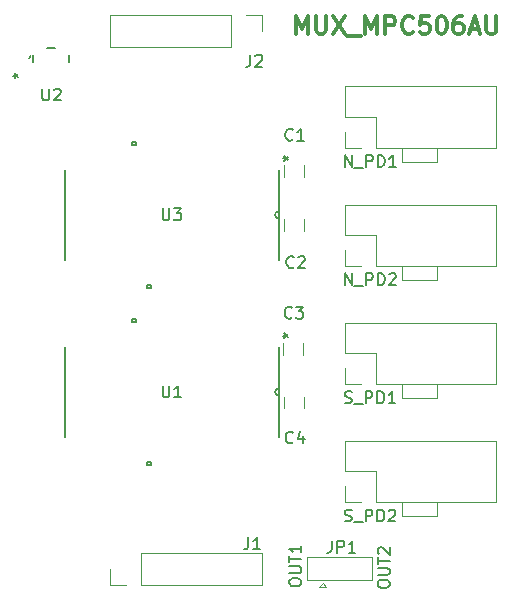
<source format=gto>
%TF.GenerationSoftware,KiCad,Pcbnew,(5.1.6-0-10_14)*%
%TF.CreationDate,2020-09-10T14:26:16+09:00*%
%TF.ProjectId,qPCR-photo_mux_MPC506AU,71504352-2d70-4686-9f74-6f5f6d75785f,rev?*%
%TF.SameCoordinates,Original*%
%TF.FileFunction,Legend,Top*%
%TF.FilePolarity,Positive*%
%FSLAX46Y46*%
G04 Gerber Fmt 4.6, Leading zero omitted, Abs format (unit mm)*
G04 Created by KiCad (PCBNEW (5.1.6-0-10_14)) date 2020-09-10 14:26:16*
%MOMM*%
%LPD*%
G01*
G04 APERTURE LIST*
%ADD10C,0.300000*%
%ADD11C,0.150000*%
%ADD12C,0.120000*%
%ADD13C,0.152400*%
G04 APERTURE END LIST*
D10*
X107499999Y-64678571D02*
X107499999Y-63178571D01*
X107999999Y-64250000D01*
X108499999Y-63178571D01*
X108499999Y-64678571D01*
X109214285Y-63178571D02*
X109214285Y-64392857D01*
X109285714Y-64535714D01*
X109357142Y-64607142D01*
X109499999Y-64678571D01*
X109785714Y-64678571D01*
X109928571Y-64607142D01*
X109999999Y-64535714D01*
X110071428Y-64392857D01*
X110071428Y-63178571D01*
X110642857Y-63178571D02*
X111642857Y-64678571D01*
X111642857Y-63178571D02*
X110642857Y-64678571D01*
X111857142Y-64821428D02*
X112999999Y-64821428D01*
X113357142Y-64678571D02*
X113357142Y-63178571D01*
X113857142Y-64250000D01*
X114357142Y-63178571D01*
X114357142Y-64678571D01*
X115071428Y-64678571D02*
X115071428Y-63178571D01*
X115642857Y-63178571D01*
X115785714Y-63250000D01*
X115857142Y-63321428D01*
X115928571Y-63464285D01*
X115928571Y-63678571D01*
X115857142Y-63821428D01*
X115785714Y-63892857D01*
X115642857Y-63964285D01*
X115071428Y-63964285D01*
X117428571Y-64535714D02*
X117357142Y-64607142D01*
X117142857Y-64678571D01*
X116999999Y-64678571D01*
X116785714Y-64607142D01*
X116642857Y-64464285D01*
X116571428Y-64321428D01*
X116499999Y-64035714D01*
X116499999Y-63821428D01*
X116571428Y-63535714D01*
X116642857Y-63392857D01*
X116785714Y-63250000D01*
X116999999Y-63178571D01*
X117142857Y-63178571D01*
X117357142Y-63250000D01*
X117428571Y-63321428D01*
X118785714Y-63178571D02*
X118071428Y-63178571D01*
X117999999Y-63892857D01*
X118071428Y-63821428D01*
X118214285Y-63750000D01*
X118571428Y-63750000D01*
X118714285Y-63821428D01*
X118785714Y-63892857D01*
X118857142Y-64035714D01*
X118857142Y-64392857D01*
X118785714Y-64535714D01*
X118714285Y-64607142D01*
X118571428Y-64678571D01*
X118214285Y-64678571D01*
X118071428Y-64607142D01*
X117999999Y-64535714D01*
X119785714Y-63178571D02*
X119928571Y-63178571D01*
X120071428Y-63250000D01*
X120142857Y-63321428D01*
X120214285Y-63464285D01*
X120285714Y-63750000D01*
X120285714Y-64107142D01*
X120214285Y-64392857D01*
X120142857Y-64535714D01*
X120071428Y-64607142D01*
X119928571Y-64678571D01*
X119785714Y-64678571D01*
X119642857Y-64607142D01*
X119571428Y-64535714D01*
X119499999Y-64392857D01*
X119428571Y-64107142D01*
X119428571Y-63750000D01*
X119499999Y-63464285D01*
X119571428Y-63321428D01*
X119642857Y-63250000D01*
X119785714Y-63178571D01*
X121571428Y-63178571D02*
X121285714Y-63178571D01*
X121142857Y-63250000D01*
X121071428Y-63321428D01*
X120928571Y-63535714D01*
X120857142Y-63821428D01*
X120857142Y-64392857D01*
X120928571Y-64535714D01*
X121000000Y-64607142D01*
X121142857Y-64678571D01*
X121428571Y-64678571D01*
X121571428Y-64607142D01*
X121642857Y-64535714D01*
X121714285Y-64392857D01*
X121714285Y-64035714D01*
X121642857Y-63892857D01*
X121571428Y-63821428D01*
X121428571Y-63750000D01*
X121142857Y-63750000D01*
X121000000Y-63821428D01*
X120928571Y-63892857D01*
X120857142Y-64035714D01*
X122285714Y-64250000D02*
X123000000Y-64250000D01*
X122142857Y-64678571D02*
X122642857Y-63178571D01*
X123142857Y-64678571D01*
X123642857Y-63178571D02*
X123642857Y-64392857D01*
X123714285Y-64535714D01*
X123785714Y-64607142D01*
X123928571Y-64678571D01*
X124214285Y-64678571D01*
X124357142Y-64607142D01*
X124428571Y-64535714D01*
X124500000Y-64392857D01*
X124500000Y-63178571D01*
D11*
X114450880Y-111336270D02*
X114450880Y-111145794D01*
X114498500Y-111050556D01*
X114593738Y-110955318D01*
X114784214Y-110907699D01*
X115117547Y-110907699D01*
X115308023Y-110955318D01*
X115403261Y-111050556D01*
X115450880Y-111145794D01*
X115450880Y-111336270D01*
X115403261Y-111431508D01*
X115308023Y-111526746D01*
X115117547Y-111574365D01*
X114784214Y-111574365D01*
X114593738Y-111526746D01*
X114498500Y-111431508D01*
X114450880Y-111336270D01*
X114450880Y-110479127D02*
X115260404Y-110479127D01*
X115355642Y-110431508D01*
X115403261Y-110383889D01*
X115450880Y-110288651D01*
X115450880Y-110098175D01*
X115403261Y-110002937D01*
X115355642Y-109955318D01*
X115260404Y-109907699D01*
X114450880Y-109907699D01*
X114450880Y-109574365D02*
X114450880Y-109002937D01*
X115450880Y-109288651D02*
X114450880Y-109288651D01*
X114546119Y-108717222D02*
X114498500Y-108669603D01*
X114450880Y-108574365D01*
X114450880Y-108336270D01*
X114498500Y-108241032D01*
X114546119Y-108193413D01*
X114641357Y-108145794D01*
X114736595Y-108145794D01*
X114879452Y-108193413D01*
X115450880Y-108764841D01*
X115450880Y-108145794D01*
X106957880Y-111196570D02*
X106957880Y-111006094D01*
X107005500Y-110910856D01*
X107100738Y-110815618D01*
X107291214Y-110767999D01*
X107624547Y-110767999D01*
X107815023Y-110815618D01*
X107910261Y-110910856D01*
X107957880Y-111006094D01*
X107957880Y-111196570D01*
X107910261Y-111291808D01*
X107815023Y-111387046D01*
X107624547Y-111434665D01*
X107291214Y-111434665D01*
X107100738Y-111387046D01*
X107005500Y-111291808D01*
X106957880Y-111196570D01*
X106957880Y-110339427D02*
X107767404Y-110339427D01*
X107862642Y-110291808D01*
X107910261Y-110244189D01*
X107957880Y-110148951D01*
X107957880Y-109958475D01*
X107910261Y-109863237D01*
X107862642Y-109815618D01*
X107767404Y-109767999D01*
X106957880Y-109767999D01*
X106957880Y-109434665D02*
X106957880Y-108863237D01*
X107957880Y-109148951D02*
X106957880Y-109148951D01*
X107957880Y-108006094D02*
X107957880Y-108577522D01*
X107957880Y-108291808D02*
X106957880Y-108291808D01*
X107100738Y-108387046D01*
X107195976Y-108482284D01*
X107243595Y-108577522D01*
D12*
%TO.C,C1*%
X108185000Y-76814600D02*
X108185000Y-75814600D01*
X106485000Y-75814600D02*
X106485000Y-76814600D01*
%TO.C,C2*%
X108188000Y-81381500D02*
X108188000Y-80381500D01*
X106488000Y-80381500D02*
X106488000Y-81381500D01*
%TO.C,C3*%
X108152000Y-91831100D02*
X108152000Y-90831100D01*
X106452000Y-90831100D02*
X106452000Y-91831100D01*
%TO.C,C4*%
X108170000Y-96387900D02*
X108170000Y-95387900D01*
X106470000Y-95387900D02*
X106470000Y-96387900D01*
%TO.C,J1*%
X104628000Y-111330000D02*
X104628000Y-108670000D01*
X94408000Y-111330000D02*
X104628000Y-111330000D01*
X94408000Y-108670000D02*
X104628000Y-108670000D01*
X94408000Y-111330000D02*
X94408000Y-108670000D01*
X93138000Y-111330000D02*
X91808000Y-111330000D01*
X91808000Y-111330000D02*
X91808000Y-110000000D01*
%TO.C,J2*%
X104628000Y-63110000D02*
X104628000Y-64440000D01*
X103298000Y-63110000D02*
X104628000Y-63110000D01*
X102028000Y-63110000D02*
X102028000Y-65770000D01*
X102028000Y-65770000D02*
X91808000Y-65770000D01*
X102028000Y-63110000D02*
X91808000Y-63110000D01*
X91808000Y-63110000D02*
X91808000Y-65770000D01*
%TO.C,JP1*%
X108454000Y-108985000D02*
X113954000Y-108985000D01*
X113954000Y-108985000D02*
X113954000Y-110935000D01*
X113954000Y-110935000D02*
X108454000Y-110935000D01*
X108454000Y-110935000D02*
X108454000Y-108985000D01*
X109804000Y-111185000D02*
X109504000Y-111485000D01*
X109504000Y-111485000D02*
X110104000Y-111485000D01*
X110104000Y-111485000D02*
X109804000Y-111185000D01*
%TO.C,N_PD1*%
X119500000Y-75500000D02*
X119500000Y-74330000D01*
X116500000Y-75500000D02*
X119500000Y-75500000D01*
X116500000Y-74330000D02*
X116500000Y-75500000D01*
X124490000Y-74330000D02*
X124490000Y-69130000D01*
X114270000Y-74330000D02*
X124490000Y-74330000D01*
X111670000Y-69130000D02*
X124490000Y-69130000D01*
X114270000Y-74330000D02*
X114270000Y-71730000D01*
X114270000Y-71730000D02*
X111670000Y-71730000D01*
X111670000Y-71730000D02*
X111670000Y-69130000D01*
X113000000Y-74330000D02*
X111670000Y-74330000D01*
X111670000Y-74330000D02*
X111670000Y-73000000D01*
%TO.C,N_PD2*%
X111670000Y-84330000D02*
X111670000Y-83000000D01*
X113000000Y-84330000D02*
X111670000Y-84330000D01*
X111670000Y-81730000D02*
X111670000Y-79130000D01*
X114270000Y-81730000D02*
X111670000Y-81730000D01*
X114270000Y-84330000D02*
X114270000Y-81730000D01*
X111670000Y-79130000D02*
X124490000Y-79130000D01*
X114270000Y-84330000D02*
X124490000Y-84330000D01*
X124490000Y-84330000D02*
X124490000Y-79130000D01*
X116500000Y-84330000D02*
X116500000Y-85500000D01*
X116500000Y-85500000D02*
X119500000Y-85500000D01*
X119500000Y-85500000D02*
X119500000Y-84330000D01*
%TO.C,S_PD1*%
X111670000Y-94330000D02*
X111670000Y-93000000D01*
X113000000Y-94330000D02*
X111670000Y-94330000D01*
X111670000Y-91730000D02*
X111670000Y-89130000D01*
X114270000Y-91730000D02*
X111670000Y-91730000D01*
X114270000Y-94330000D02*
X114270000Y-91730000D01*
X111670000Y-89130000D02*
X124490000Y-89130000D01*
X114270000Y-94330000D02*
X124490000Y-94330000D01*
X124490000Y-94330000D02*
X124490000Y-89130000D01*
X116500000Y-94330000D02*
X116500000Y-95500000D01*
X116500000Y-95500000D02*
X119500000Y-95500000D01*
X119500000Y-95500000D02*
X119500000Y-94330000D01*
%TO.C,S_PD2*%
X119500000Y-105500000D02*
X119500000Y-104330000D01*
X116500000Y-105500000D02*
X119500000Y-105500000D01*
X116500000Y-104330000D02*
X116500000Y-105500000D01*
X124490000Y-104330000D02*
X124490000Y-99130000D01*
X114270000Y-104330000D02*
X124490000Y-104330000D01*
X111670000Y-99130000D02*
X124490000Y-99130000D01*
X114270000Y-104330000D02*
X114270000Y-101730000D01*
X114270000Y-101730000D02*
X111670000Y-101730000D01*
X111670000Y-101730000D02*
X111670000Y-99130000D01*
X113000000Y-104330000D02*
X111670000Y-104330000D01*
X111670000Y-104330000D02*
X111670000Y-103000000D01*
D13*
%TO.C,U1*%
X106055100Y-94695200D02*
G75*
G03*
X106055100Y-95304800I0J-304800D01*
G01*
X87944900Y-91202700D02*
X87944900Y-98797300D01*
X106055100Y-98797300D02*
X106055100Y-91202700D01*
X94015500Y-88815100D02*
X93634500Y-88815100D01*
X93634500Y-88815100D02*
X93634500Y-89069100D01*
X93634500Y-89069100D02*
X94015500Y-89069100D01*
X94015500Y-89069100D02*
X94015500Y-88815100D01*
X95285500Y-101184900D02*
X94904500Y-101184900D01*
X94904500Y-101184900D02*
X94904500Y-100930900D01*
X94904500Y-100930900D02*
X95285500Y-100930900D01*
X95285500Y-100930900D02*
X95285500Y-101184900D01*
%TO.C,U2*%
X85244900Y-66466484D02*
X85244900Y-67071516D01*
X87106761Y-65892700D02*
X86431039Y-65892700D01*
X88292900Y-67071516D02*
X88292900Y-66466484D01*
X85042416Y-66541177D02*
G75*
G03*
X84940100Y-66769000I202484J-227823D01*
G01*
%TO.C,U3*%
X95285500Y-85930900D02*
X95285500Y-86184900D01*
X94904500Y-85930900D02*
X95285500Y-85930900D01*
X94904500Y-86184900D02*
X94904500Y-85930900D01*
X95285500Y-86184900D02*
X94904500Y-86184900D01*
X94015500Y-74069100D02*
X94015500Y-73815100D01*
X93634500Y-74069100D02*
X94015500Y-74069100D01*
X93634500Y-73815100D02*
X93634500Y-74069100D01*
X94015500Y-73815100D02*
X93634500Y-73815100D01*
X106055100Y-83797300D02*
X106055100Y-76202700D01*
X87944900Y-76202700D02*
X87944900Y-83797300D01*
X106055100Y-79695200D02*
G75*
G03*
X106055100Y-80304800I0J-304800D01*
G01*
%TO.C,C1*%
D11*
X107247393Y-73618362D02*
X107199774Y-73665981D01*
X107056917Y-73713600D01*
X106961679Y-73713600D01*
X106818821Y-73665981D01*
X106723583Y-73570743D01*
X106675964Y-73475505D01*
X106628345Y-73285029D01*
X106628345Y-73142172D01*
X106675964Y-72951696D01*
X106723583Y-72856458D01*
X106818821Y-72761220D01*
X106961679Y-72713600D01*
X107056917Y-72713600D01*
X107199774Y-72761220D01*
X107247393Y-72808839D01*
X108199774Y-73713600D02*
X107628345Y-73713600D01*
X107914060Y-73713600D02*
X107914060Y-72713600D01*
X107818821Y-72856458D01*
X107723583Y-72951696D01*
X107628345Y-72999315D01*
%TO.C,C2*%
X107338833Y-84418442D02*
X107291214Y-84466061D01*
X107148357Y-84513680D01*
X107053119Y-84513680D01*
X106910261Y-84466061D01*
X106815023Y-84370823D01*
X106767404Y-84275585D01*
X106719785Y-84085109D01*
X106719785Y-83942252D01*
X106767404Y-83751776D01*
X106815023Y-83656538D01*
X106910261Y-83561300D01*
X107053119Y-83513680D01*
X107148357Y-83513680D01*
X107291214Y-83561300D01*
X107338833Y-83608919D01*
X107719785Y-83608919D02*
X107767404Y-83561300D01*
X107862642Y-83513680D01*
X108100738Y-83513680D01*
X108195976Y-83561300D01*
X108243595Y-83608919D01*
X108291214Y-83704157D01*
X108291214Y-83799395D01*
X108243595Y-83942252D01*
X107672166Y-84513680D01*
X108291214Y-84513680D01*
%TO.C,C3*%
X107178813Y-88688182D02*
X107131194Y-88735801D01*
X106988337Y-88783420D01*
X106893099Y-88783420D01*
X106750241Y-88735801D01*
X106655003Y-88640563D01*
X106607384Y-88545325D01*
X106559765Y-88354849D01*
X106559765Y-88211992D01*
X106607384Y-88021516D01*
X106655003Y-87926278D01*
X106750241Y-87831040D01*
X106893099Y-87783420D01*
X106988337Y-87783420D01*
X107131194Y-87831040D01*
X107178813Y-87878659D01*
X107512146Y-87783420D02*
X108131194Y-87783420D01*
X107797860Y-88164373D01*
X107940718Y-88164373D01*
X108035956Y-88211992D01*
X108083575Y-88259611D01*
X108131194Y-88354849D01*
X108131194Y-88592944D01*
X108083575Y-88688182D01*
X108035956Y-88735801D01*
X107940718Y-88783420D01*
X107655003Y-88783420D01*
X107559765Y-88735801D01*
X107512146Y-88688182D01*
%TO.C,C4*%
X107275333Y-99259662D02*
X107227714Y-99307281D01*
X107084857Y-99354900D01*
X106989619Y-99354900D01*
X106846761Y-99307281D01*
X106751523Y-99212043D01*
X106703904Y-99116805D01*
X106656285Y-98926329D01*
X106656285Y-98783472D01*
X106703904Y-98592996D01*
X106751523Y-98497758D01*
X106846761Y-98402520D01*
X106989619Y-98354900D01*
X107084857Y-98354900D01*
X107227714Y-98402520D01*
X107275333Y-98450139D01*
X108132476Y-98688234D02*
X108132476Y-99354900D01*
X107894380Y-98307281D02*
X107656285Y-99021567D01*
X108275333Y-99021567D01*
%TO.C,J1*%
X103489166Y-107308400D02*
X103489166Y-108022686D01*
X103441547Y-108165543D01*
X103346309Y-108260781D01*
X103203452Y-108308400D01*
X103108214Y-108308400D01*
X104489166Y-108308400D02*
X103917738Y-108308400D01*
X104203452Y-108308400D02*
X104203452Y-107308400D01*
X104108214Y-107451258D01*
X104012976Y-107546496D01*
X103917738Y-107594115D01*
%TO.C,J2*%
X103666666Y-66452380D02*
X103666666Y-67166666D01*
X103619047Y-67309523D01*
X103523809Y-67404761D01*
X103380952Y-67452380D01*
X103285714Y-67452380D01*
X104095238Y-66547619D02*
X104142857Y-66500000D01*
X104238095Y-66452380D01*
X104476190Y-66452380D01*
X104571428Y-66500000D01*
X104619047Y-66547619D01*
X104666666Y-66642857D01*
X104666666Y-66738095D01*
X104619047Y-66880952D01*
X104047619Y-67452380D01*
X104666666Y-67452380D01*
%TO.C,JP1*%
X110553286Y-107605580D02*
X110553286Y-108319866D01*
X110505667Y-108462723D01*
X110410429Y-108557961D01*
X110267572Y-108605580D01*
X110172334Y-108605580D01*
X111029477Y-108605580D02*
X111029477Y-107605580D01*
X111410429Y-107605580D01*
X111505667Y-107653200D01*
X111553286Y-107700819D01*
X111600905Y-107796057D01*
X111600905Y-107938914D01*
X111553286Y-108034152D01*
X111505667Y-108081771D01*
X111410429Y-108129390D01*
X111029477Y-108129390D01*
X112553286Y-108605580D02*
X111981858Y-108605580D01*
X112267572Y-108605580D02*
X112267572Y-107605580D01*
X112172334Y-107748438D01*
X112077096Y-107843676D01*
X111981858Y-107891295D01*
%TO.C,N_PD1*%
X111657142Y-75952380D02*
X111657142Y-74952380D01*
X112228571Y-75952380D01*
X112228571Y-74952380D01*
X112466666Y-76047619D02*
X113228571Y-76047619D01*
X113466666Y-75952380D02*
X113466666Y-74952380D01*
X113847619Y-74952380D01*
X113942857Y-75000000D01*
X113990476Y-75047619D01*
X114038095Y-75142857D01*
X114038095Y-75285714D01*
X113990476Y-75380952D01*
X113942857Y-75428571D01*
X113847619Y-75476190D01*
X113466666Y-75476190D01*
X114466666Y-75952380D02*
X114466666Y-74952380D01*
X114704761Y-74952380D01*
X114847619Y-75000000D01*
X114942857Y-75095238D01*
X114990476Y-75190476D01*
X115038095Y-75380952D01*
X115038095Y-75523809D01*
X114990476Y-75714285D01*
X114942857Y-75809523D01*
X114847619Y-75904761D01*
X114704761Y-75952380D01*
X114466666Y-75952380D01*
X115990476Y-75952380D02*
X115419047Y-75952380D01*
X115704761Y-75952380D02*
X115704761Y-74952380D01*
X115609523Y-75095238D01*
X115514285Y-75190476D01*
X115419047Y-75238095D01*
%TO.C,N_PD2*%
X111657142Y-85952380D02*
X111657142Y-84952380D01*
X112228571Y-85952380D01*
X112228571Y-84952380D01*
X112466666Y-86047619D02*
X113228571Y-86047619D01*
X113466666Y-85952380D02*
X113466666Y-84952380D01*
X113847619Y-84952380D01*
X113942857Y-85000000D01*
X113990476Y-85047619D01*
X114038095Y-85142857D01*
X114038095Y-85285714D01*
X113990476Y-85380952D01*
X113942857Y-85428571D01*
X113847619Y-85476190D01*
X113466666Y-85476190D01*
X114466666Y-85952380D02*
X114466666Y-84952380D01*
X114704761Y-84952380D01*
X114847619Y-85000000D01*
X114942857Y-85095238D01*
X114990476Y-85190476D01*
X115038095Y-85380952D01*
X115038095Y-85523809D01*
X114990476Y-85714285D01*
X114942857Y-85809523D01*
X114847619Y-85904761D01*
X114704761Y-85952380D01*
X114466666Y-85952380D01*
X115419047Y-85047619D02*
X115466666Y-85000000D01*
X115561904Y-84952380D01*
X115800000Y-84952380D01*
X115895238Y-85000000D01*
X115942857Y-85047619D01*
X115990476Y-85142857D01*
X115990476Y-85238095D01*
X115942857Y-85380952D01*
X115371428Y-85952380D01*
X115990476Y-85952380D01*
%TO.C,S_PD1*%
X111657142Y-95904761D02*
X111800000Y-95952380D01*
X112038095Y-95952380D01*
X112133333Y-95904761D01*
X112180952Y-95857142D01*
X112228571Y-95761904D01*
X112228571Y-95666666D01*
X112180952Y-95571428D01*
X112133333Y-95523809D01*
X112038095Y-95476190D01*
X111847619Y-95428571D01*
X111752380Y-95380952D01*
X111704761Y-95333333D01*
X111657142Y-95238095D01*
X111657142Y-95142857D01*
X111704761Y-95047619D01*
X111752380Y-95000000D01*
X111847619Y-94952380D01*
X112085714Y-94952380D01*
X112228571Y-95000000D01*
X112419047Y-96047619D02*
X113180952Y-96047619D01*
X113419047Y-95952380D02*
X113419047Y-94952380D01*
X113800000Y-94952380D01*
X113895238Y-95000000D01*
X113942857Y-95047619D01*
X113990476Y-95142857D01*
X113990476Y-95285714D01*
X113942857Y-95380952D01*
X113895238Y-95428571D01*
X113800000Y-95476190D01*
X113419047Y-95476190D01*
X114419047Y-95952380D02*
X114419047Y-94952380D01*
X114657142Y-94952380D01*
X114800000Y-95000000D01*
X114895238Y-95095238D01*
X114942857Y-95190476D01*
X114990476Y-95380952D01*
X114990476Y-95523809D01*
X114942857Y-95714285D01*
X114895238Y-95809523D01*
X114800000Y-95904761D01*
X114657142Y-95952380D01*
X114419047Y-95952380D01*
X115942857Y-95952380D02*
X115371428Y-95952380D01*
X115657142Y-95952380D02*
X115657142Y-94952380D01*
X115561904Y-95095238D01*
X115466666Y-95190476D01*
X115371428Y-95238095D01*
%TO.C,S_PD2*%
X111657142Y-105904761D02*
X111800000Y-105952380D01*
X112038095Y-105952380D01*
X112133333Y-105904761D01*
X112180952Y-105857142D01*
X112228571Y-105761904D01*
X112228571Y-105666666D01*
X112180952Y-105571428D01*
X112133333Y-105523809D01*
X112038095Y-105476190D01*
X111847619Y-105428571D01*
X111752380Y-105380952D01*
X111704761Y-105333333D01*
X111657142Y-105238095D01*
X111657142Y-105142857D01*
X111704761Y-105047619D01*
X111752380Y-105000000D01*
X111847619Y-104952380D01*
X112085714Y-104952380D01*
X112228571Y-105000000D01*
X112419047Y-106047619D02*
X113180952Y-106047619D01*
X113419047Y-105952380D02*
X113419047Y-104952380D01*
X113800000Y-104952380D01*
X113895238Y-105000000D01*
X113942857Y-105047619D01*
X113990476Y-105142857D01*
X113990476Y-105285714D01*
X113942857Y-105380952D01*
X113895238Y-105428571D01*
X113800000Y-105476190D01*
X113419047Y-105476190D01*
X114419047Y-105952380D02*
X114419047Y-104952380D01*
X114657142Y-104952380D01*
X114800000Y-105000000D01*
X114895238Y-105095238D01*
X114942857Y-105190476D01*
X114990476Y-105380952D01*
X114990476Y-105523809D01*
X114942857Y-105714285D01*
X114895238Y-105809523D01*
X114800000Y-105904761D01*
X114657142Y-105952380D01*
X114419047Y-105952380D01*
X115371428Y-105047619D02*
X115419047Y-105000000D01*
X115514285Y-104952380D01*
X115752380Y-104952380D01*
X115847619Y-105000000D01*
X115895238Y-105047619D01*
X115942857Y-105142857D01*
X115942857Y-105238095D01*
X115895238Y-105380952D01*
X115323809Y-105952380D01*
X115942857Y-105952380D01*
%TO.C,U1*%
X96238095Y-94452380D02*
X96238095Y-95261904D01*
X96285714Y-95357142D01*
X96333333Y-95404761D01*
X96428571Y-95452380D01*
X96619047Y-95452380D01*
X96714285Y-95404761D01*
X96761904Y-95357142D01*
X96809523Y-95261904D01*
X96809523Y-94452380D01*
X97809523Y-95452380D02*
X97238095Y-95452380D01*
X97523809Y-95452380D02*
X97523809Y-94452380D01*
X97428571Y-94595238D01*
X97333333Y-94690476D01*
X97238095Y-94738095D01*
X106409180Y-90224800D02*
X106647276Y-90224800D01*
X106552038Y-90462895D02*
X106647276Y-90224800D01*
X106552038Y-89986704D01*
X106837752Y-90367657D02*
X106647276Y-90224800D01*
X106837752Y-90081942D01*
X106409180Y-90224800D02*
X106647276Y-90224800D01*
X106552038Y-90462895D02*
X106647276Y-90224800D01*
X106552038Y-89986704D01*
X106837752Y-90367657D02*
X106647276Y-90224800D01*
X106837752Y-90081942D01*
%TO.C,U2*%
X86047675Y-69312540D02*
X86047675Y-70122064D01*
X86095294Y-70217302D01*
X86142913Y-70264921D01*
X86238151Y-70312540D01*
X86428627Y-70312540D01*
X86523865Y-70264921D01*
X86571484Y-70217302D01*
X86619103Y-70122064D01*
X86619103Y-69312540D01*
X87047675Y-69407779D02*
X87095294Y-69360160D01*
X87190532Y-69312540D01*
X87428627Y-69312540D01*
X87523865Y-69360160D01*
X87571484Y-69407779D01*
X87619103Y-69503017D01*
X87619103Y-69598255D01*
X87571484Y-69741112D01*
X87000056Y-70312540D01*
X87619103Y-70312540D01*
X83569480Y-68216800D02*
X83807576Y-68216800D01*
X83712338Y-68454895D02*
X83807576Y-68216800D01*
X83712338Y-67978704D01*
X83998052Y-68359657D02*
X83807576Y-68216800D01*
X83998052Y-68073942D01*
X83569480Y-68216800D02*
X83807576Y-68216800D01*
X83712338Y-68454895D02*
X83807576Y-68216800D01*
X83712338Y-67978704D01*
X83998052Y-68359657D02*
X83807576Y-68216800D01*
X83998052Y-68073942D01*
%TO.C,U3*%
X96238095Y-79452380D02*
X96238095Y-80261904D01*
X96285714Y-80357142D01*
X96333333Y-80404761D01*
X96428571Y-80452380D01*
X96619047Y-80452380D01*
X96714285Y-80404761D01*
X96761904Y-80357142D01*
X96809523Y-80261904D01*
X96809523Y-79452380D01*
X97190476Y-79452380D02*
X97809523Y-79452380D01*
X97476190Y-79833333D01*
X97619047Y-79833333D01*
X97714285Y-79880952D01*
X97761904Y-79928571D01*
X97809523Y-80023809D01*
X97809523Y-80261904D01*
X97761904Y-80357142D01*
X97714285Y-80404761D01*
X97619047Y-80452380D01*
X97333333Y-80452380D01*
X97238095Y-80404761D01*
X97190476Y-80357142D01*
X106409180Y-75224800D02*
X106647276Y-75224800D01*
X106552038Y-75462895D02*
X106647276Y-75224800D01*
X106552038Y-74986704D01*
X106837752Y-75367657D02*
X106647276Y-75224800D01*
X106837752Y-75081942D01*
X106409180Y-75224800D02*
X106647276Y-75224800D01*
X106552038Y-75462895D02*
X106647276Y-75224800D01*
X106552038Y-74986704D01*
X106837752Y-75367657D02*
X106647276Y-75224800D01*
X106837752Y-75081942D01*
%TD*%
M02*

</source>
